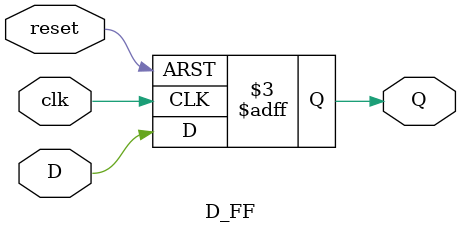
<source format=v>
/*************************************************
* Behavioral code for D Flip Flop(with reset)
* Shanthanu S Rai(17CO242) and Varun Pattar(17CO249)
* October 14, 2018
*************************************************/

module D_FF(D,clk,Q,reset);

input D,clk,reset;
output Q;

reg Q;

always @ (posedge clk,negedge reset) begin
	if(reset == 0)
		Q <= 1'b0;
	else
		Q <= D;
end

endmodule


</source>
